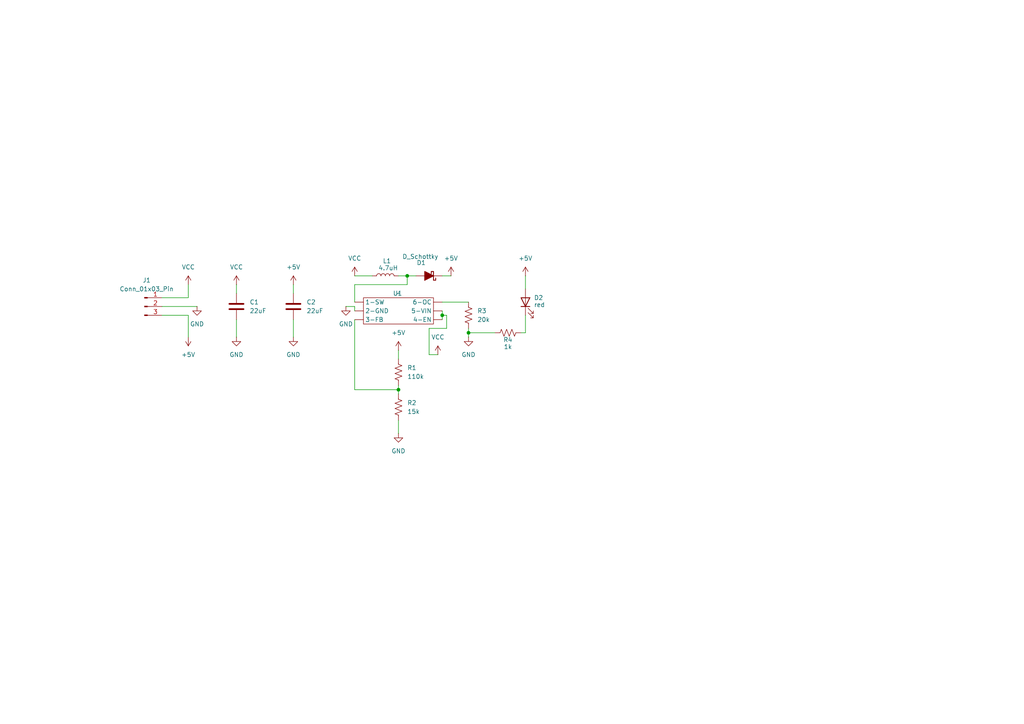
<source format=kicad_sch>
(kicad_sch (version 20250114) (generator "eeschema") (generator_version "9.0")
  (paper "A4")
  (lib_symbols
    (symbol "Connector:Conn_01x03_Pin" (pin_names (offset 1.016) (hide yes))
      (property "Reference" "J" (at 0 5.08 0))
      (property "Value" "Conn_01x03_Pin" (at 0 -5.08 0))
      (symbol "Conn_01x03_Pin_1_1"
        (rectangle (start 0.8636 2.667) (end 0 2.413) (stroke (width 0.1524)) (fill (type outline)))
        (rectangle (start 0.8636 0.127) (end 0 -0.127) (stroke (width 0.1524)) (fill (type outline)))
        (rectangle (start 0.8636 -2.413) (end 0 -2.667) (stroke (width 0.1524)) (fill (type outline)))
        (polyline (pts (xy 1.27 2.54) (xy 0.8636 2.54)) (stroke (width 0.1524)))
        (polyline (pts (xy 1.27 0) (xy 0.8636 0)) (stroke (width 0.1524)))
        (polyline (pts (xy 1.27 -2.54) (xy 0.8636 -2.54)) (stroke (width 0.1524)))
        (pin passive line (at 5.08 2.54 180) (length 3.81) (name "Pin_1") (number "1"))
        (pin passive line (at 5.08 0 180) (length 3.81) (name "Pin_2") (number "2"))
        (pin passive line (at 5.08 -2.54 180) (length 3.81) (name "Pin_3") (number "3"))
      )
    )
    (symbol "Device:C" (pin_numbers (hide yes)) (pin_names (offset 0.254))
      (property "Reference" "C" (at 0.635 2.54 0))
      (property "Value" "C" (at 0.635 -2.54 0))
      (symbol "C_0_1"
        (polyline (pts (xy -2.032 0.762) (xy 2.032 0.762)) (stroke (width 0.508)))
        (polyline (pts (xy -2.032 -0.762) (xy 2.032 -0.762)) (stroke (width 0.508)))
      )
      (symbol "C_1_1"
        (pin passive line (at 0 3.81 270) (length 2.794) (name "~") (number "1"))
        (pin passive line (at 0 -3.81 90) (length 2.794) (name "~") (number "2"))
      )
    )
    (symbol "Device:D_Schottky_Filled" (pin_numbers (hide yes)) (pin_names (offset 1.016) (hide yes))
      (property "Reference" "D" (at 0 2.54 0))
      (property "Value" "D_Schottky_Filled" (at 0 -2.54 0))
      (symbol "D_Schottky_Filled_0_1"
        (polyline (pts (xy -1.905 0.635) (xy -1.905 1.27) (xy -1.27 1.27) (xy -1.27 -1.27) (xy -0.635 -1.27) (xy -0.635 -0.635)) (stroke (width 0.254)))
        (polyline (pts (xy 1.27 1.27) (xy 1.27 -1.27) (xy -1.27 0) (xy 1.27 1.27)) (stroke (width 0.254)) (fill (type outline)))
        (polyline (pts (xy 1.27 0) (xy -1.27 0)))
      )
      (symbol "D_Schottky_Filled_1_1"
        (pin passive line (at -3.81 0 0) (length 2.54) (name "K") (number "1"))
        (pin passive line (at 3.81 0 180) (length 2.54) (name "A") (number "2"))
      )
    )
    (symbol "Device:L" (pin_numbers (hide yes)) (pin_names (offset 1.016) (hide yes))
      (property "Reference" "L" (at -1.27 0 90))
      (property "Value" "L" (at 1.905 0 90))
      (symbol "L_0_1"
        (arc (start 0 2.54) (mid 0.6323 1.905) (end 0 1.27))
        (arc (start 0 1.27) (mid 0.6323 0.635) (end 0 0))
        (arc (start 0 0) (mid 0.6323 -0.635) (end 0 -1.27))
        (arc (start 0 -1.27) (mid 0.6323 -1.905) (end 0 -2.54))
      )
      (symbol "L_1_1"
        (pin passive line (at 0 3.81 270) (length 1.27) (name "1") (number "1"))
        (pin passive line (at 0 -3.81 90) (length 1.27) (name "2") (number "2"))
      )
    )
    (symbol "Device:LED" (pin_numbers (hide yes)) (pin_names (offset 1.016) (hide yes))
      (property "Reference" "D" (at 0 2.54 0))
      (property "Value" "LED" (at 0 -2.54 0))
      (symbol "LED_0_1"
        (polyline (pts (xy -3.048 -0.762) (xy -4.572 -2.286) (xy -3.81 -2.286) (xy -4.572 -2.286) (xy -4.572 -1.524)))
        (polyline (pts (xy -1.778 -0.762) (xy -3.302 -2.286) (xy -2.54 -2.286) (xy -3.302 -2.286) (xy -3.302 -1.524)))
        (polyline (pts (xy -1.27 0) (xy 1.27 0)))
        (polyline (pts (xy -1.27 -1.27) (xy -1.27 1.27)) (stroke (width 0.254)))
        (polyline (pts (xy 1.27 -1.27) (xy 1.27 1.27) (xy -1.27 0) (xy 1.27 -1.27)) (stroke (width 0.254)))
      )
      (symbol "LED_1_1"
        (pin passive line (at -3.81 0 0) (length 2.54) (name "K") (number "1"))
        (pin passive line (at 3.81 0 180) (length 2.54) (name "A") (number "2"))
      )
    )
    (symbol "Device:R_US" (pin_numbers (hide yes)) (pin_names (offset 0))
      (property "Reference" "R" (at 2.54 0 90))
      (property "Value" "R_US" (at -2.54 0 90))
      (symbol "R_US_0_1"
        (polyline (pts (xy 0 2.286) (xy 0 2.54)))
        (polyline (pts (xy 0 2.286) (xy 1.016 1.905) (xy 0 1.524) (xy -1.016 1.143) (xy 0 0.762)))
        (polyline (pts (xy 0 0.762) (xy 1.016 0.381) (xy 0 0) (xy -1.016 -0.381) (xy 0 -0.762)))
        (polyline (pts (xy 0 -0.762) (xy 1.016 -1.143) (xy 0 -1.524) (xy -1.016 -1.905) (xy 0 -2.286)))
        (polyline (pts (xy 0 -2.286) (xy 0 -2.54)))
      )
      (symbol "R_US_1_1"
        (pin passive line (at 0 3.81 270) (length 1.27) (name "~") (number "1"))
        (pin passive line (at 0 -3.81 90) (length 1.27) (name "~") (number "2"))
      )
    )
    (symbol "Orlyse:Power_regulator"
      (property "Reference" "U" (at 0 0 0))
      (symbol "Power_regulator_0_1"
        (polyline (pts (xy -10.16 6.35) (xy -10.16 13.97) (xy 10.16 13.97) (xy 10.16 6.35) (xy -10.16 6.35)))
      )
      (symbol "Power_regulator_1_1"
        (pin input line (at -12.7 12.7 0) (length 2.54) (name "1-SW") (number ""))
        (pin input line (at -12.7 10.16 0) (length 2.54) (name "2-GND") (number ""))
        (pin input line (at -12.7 7.62 0) (length 2.54) (name "3-FB") (number ""))
        (pin input line (at 12.7 12.7 180) (length 2.54) (name "6-OC") (number ""))
        (pin input line (at 12.7 10.16 180) (length 2.54) (name "5-VIN") (number ""))
        (pin input line (at 12.7 7.62 180) (length 2.54) (name "4-EN") (number ""))
      )
    )
    (symbol "power:+5V" (power) (pin_numbers (hide yes)) (pin_names (offset 0) (hide yes))
      (property "Value" "+5V" (at 0 3.556 0))
      (symbol "+5V_0_1"
        (polyline (pts (xy -0.762 1.27) (xy 0 2.54)))
        (polyline (pts (xy 0 2.54) (xy 0.762 1.27)))
        (polyline (pts (xy 0 0) (xy 0 2.54)))
      )
      (symbol "+5V_1_1"
        (pin power_in line (at 0 0 90) (length 0) (name "~") (number "1"))
      )
    )
    (symbol "power:GND" (power) (pin_numbers (hide yes)) (pin_names (offset 0) (hide yes))
      (property "Value" "GND" (at 0 -3.81 0))
      (symbol "GND_0_1"
        (polyline (pts (xy 0 0) (xy 0 -1.27) (xy 1.27 -1.27) (xy 0 -2.54) (xy -1.27 -1.27) (xy 0 -1.27)))
      )
      (symbol "GND_1_1"
        (pin power_in line (at 0 0 270) (length 0) (name "~") (number "1"))
      )
    )
    (symbol "power:VCC" (power) (pin_numbers (hide yes)) (pin_names (offset 0) (hide yes))
      (property "Value" "VCC" (at 0 3.556 0))
      (symbol "VCC_0_1"
        (polyline (pts (xy -0.762 1.27) (xy 0 2.54)))
        (polyline (pts (xy 0 2.54) (xy 0.762 1.27)))
        (polyline (pts (xy 0 0) (xy 0 2.54)))
      )
      (symbol "VCC_1_1"
        (pin power_in line (at 0 0 90) (length 0) (name "~") (number "1"))
      )
    )
  )
  (junction (at 135.89 96.52))
  (junction (at 128.27 91.44))
  (junction (at 115.57 113.03))
  (junction (at 118.11 80.01))
  (wire (pts (xy 124.46 95.25) (xy 129.54 95.25)))
  (wire (pts (xy 118.11 80.01) (xy 120.65 80.01)))
  (wire (pts (xy 128.27 91.44) (xy 128.27 92.71)))
  (wire (pts (xy 152.4 80.01) (xy 152.4 83.82)))
  (wire (pts (xy 102.87 88.9) (xy 100.33 88.9)))
  (wire (pts (xy 128.27 87.63) (xy 135.89 87.63)))
  (wire (pts (xy 102.87 82.55) (xy 118.11 82.55)))
  (wire (pts (xy 118.11 82.55) (xy 118.11 80.01)))
  (wire (pts (xy 85.09 82.55) (xy 85.09 85.09)))
  (wire (pts (xy 102.87 80.01) (xy 107.95 80.01)))
  (wire (pts (xy 115.57 111.76) (xy 115.57 113.03)))
  (wire (pts (xy 102.87 88.9) (xy 102.87 90.17)))
  (wire (pts (xy 115.57 101.6) (xy 115.57 104.14)))
  (wire (pts (xy 85.09 92.71) (xy 85.09 97.79)))
  (wire (pts (xy 102.87 92.71) (xy 102.87 113.03)))
  (wire (pts (xy 115.57 113.03) (xy 115.57 114.3)))
  (wire (pts (xy 135.89 95.25) (xy 135.89 96.52)))
  (wire (pts (xy 68.58 92.71) (xy 68.58 97.79)))
  (wire (pts (xy 127 102.87) (xy 124.46 102.87)))
  (wire (pts (xy 46.99 91.44) (xy 54.61 91.44)))
  (wire (pts (xy 152.4 91.44) (xy 152.4 96.52)))
  (wire (pts (xy 135.89 96.52) (xy 143.51 96.52)))
  (wire (pts (xy 129.54 95.25) (xy 129.54 91.44)))
  (wire (pts (xy 46.99 86.36) (xy 54.61 86.36)))
  (wire (pts (xy 68.58 82.55) (xy 68.58 85.09)))
  (wire (pts (xy 102.87 113.03) (xy 115.57 113.03)))
  (wire (pts (xy 128.27 90.17) (xy 128.27 91.44)))
  (wire (pts (xy 128.27 80.01) (xy 130.81 80.01)))
  (wire (pts (xy 129.54 91.44) (xy 128.27 91.44)))
  (wire (pts (xy 115.57 121.92) (xy 115.57 125.73)))
  (wire (pts (xy 151.13 96.52) (xy 152.4 96.52)))
  (wire (pts (xy 46.99 88.9) (xy 57.15 88.9)))
  (wire (pts (xy 115.57 80.01) (xy 118.11 80.01)))
  (wire (pts (xy 124.46 102.87) (xy 124.46 95.25)))
  (wire (pts (xy 102.87 87.63) (xy 102.87 82.55)))
  (wire (pts (xy 135.89 96.52) (xy 135.89 97.79)))
  (wire (pts (xy 54.61 86.36) (xy 54.61 82.55)))
  (wire (pts (xy 54.61 91.44) (xy 54.61 97.79)))
  (symbol (lib_id "power:GND") (at 100.33 88.9 0) (unit 1)
    (property "Reference" "#PWR08" (effects (hide yes)))
    (property "Value" "GND" (at 100.33 93.98 0))
    (property "Description" "Power symbol creates a global label with name \"GND\" , ground" (effects (hide yes)))
  )
  (symbol (lib_id "power:GND") (at 115.57 125.73 0) (unit 1)
    (property "Reference" "#PWR07" (effects (hide yes)))
    (property "Value" "GND" (at 115.57 130.81 0))
    (property "Description" "Power symbol creates a global label with name \"GND\" , ground" (effects (hide yes)))
  )
  (symbol (lib_id "power:GND") (at 57.15 88.9 0) (unit 1)
    (property "Reference" "#PWR02" (effects (hide yes)))
    (property "Value" "GND" (at 57.15 93.98 0))
    (property "Description" "Power symbol creates a global label with name \"GND\" , ground" (effects (hide yes)))
  )
  (symbol (lib_id "Device:R_US") (at 115.57 118.11 0) (unit 1)
    (property "Reference" "R2" (at 118.11 116.8399 0) (effects (justify left)))
    (property "Value" "15k" (at 118.11 119.3799 0) (effects (justify left)))
    (property "Footprint" "Resistor_SMD:R_0805_2012Metric" (effects (hide yes)))
    (property "Description" "Resistor, US symbol" (effects (hide yes)))
  )
  (symbol (lib_id "power:VCC") (at 54.61 82.55 0) (unit 1)
    (property "Reference" "#PWR03" (effects (hide yes)))
    (property "Value" "VCC" (at 54.61 77.47 0))
    (property "Description" "Power symbol creates a global label with name \"VCC\"" (effects (hide yes)))
  )
  (symbol (lib_id "Device:L") (at 111.76 80.01 90) (unit 1)
    (property "Reference" "L1" (at 110.998 75.692 90) (effects (justify right)))
    (property "Value" "4.7uH" (at 109.728 77.724 90) (effects (justify right)))
    (property "Footprint" "Inductor_SMD:L_01005_0402Metric" (effects (hide yes)))
    (property "Description" "Inductor" (effects (hide yes)))
  )
  (symbol (lib_id "Orlyse:Power_regulator") (at 115.57 100.33 0) (unit 1)
    (property "Reference" "U1" (at 115.316 85.09 0))
    (property "Value" "~" (at 115.57 85.09 0))
    (property "Footprint" "Connector_PinSocket_2.54mm:PinSocket_2x03_P2.54mm_Vertical" (effects (hide yes)))
  )
  (symbol (lib_id "power:VCC") (at 102.87 80.01 0) (unit 1)
    (property "Reference" "#PWR012" (effects (hide yes)))
    (property "Value" "VCC" (at 102.87 74.93 0))
    (property "Description" "Power symbol creates a global label with name \"VCC\"" (effects (hide yes)))
  )
  (symbol (lib_id "Device:R_US") (at 147.32 96.52 90) (unit 1)
    (property "Reference" "R4" (at 147.32 98.552 90))
    (property "Value" "1k" (at 147.32 100.584 90))
    (property "Footprint" "Resistor_SMD:R_0805_2012Metric" (effects (hide yes)))
    (property "Description" "Resistor, US symbol" (effects (hide yes)))
  )
  (symbol (lib_id "Device:R_US") (at 135.89 91.44 0) (unit 1)
    (property "Reference" "R3" (at 138.43 90.1699 0) (effects (justify left)))
    (property "Value" "20k" (at 138.43 92.7099 0) (effects (justify left)))
    (property "Footprint" "Resistor_SMD:R_0805_2012Metric" (effects (hide yes)))
    (property "Description" "Resistor, US symbol" (effects (hide yes)))
  )
  (symbol (lib_id "power:GND") (at 85.09 97.79 0) (unit 1)
    (property "Reference" "#PWR011" (effects (hide yes)))
    (property "Value" "GND" (at 85.09 102.87 0))
    (property "Description" "Power symbol creates a global label with name \"GND\" , ground" (effects (hide yes)))
  )
  (symbol (lib_id "Device:LED") (at 152.4 87.63 90) (unit 1)
    (property "Reference" "D2" (at 156.21 86.36 90))
    (property "Value" "red" (at 156.464 88.392 90))
    (property "Footprint" "LED_THT:LED_D3.0mm" (effects (hide yes)))
    (property "Description" "Light emitting diode" (effects (hide yes)))
    (property "Sim.Pins" "1=K 2=A" (effects (hide yes)))
  )
  (symbol (lib_id "power:+5V") (at 152.4 80.01 0) (unit 1)
    (property "Reference" "#PWR015" (effects (hide yes)))
    (property "Value" "+5V" (at 152.4 74.93 0))
    (property "Description" "Power symbol creates a global label with name \"+5V\"" (effects (hide yes)))
  )
  (symbol (lib_id "Device:D_Schottky_Filled") (at 124.46 80.01 180) (unit 1)
    (property "Reference" "D1" (at 122.174 76.2 0))
    (property "Value" "D_Schottky" (at 121.92 74.422 0))
    (property "Footprint" "LED_THT:LED_D3.0mm" (effects (hide yes)))
    (property "Description" "Schottky diode, filled shape" (effects (hide yes)))
  )
  (symbol (lib_id "power:+5V") (at 54.61 97.79 180) (unit 1)
    (property "Reference" "#PWR01" (effects (hide yes)))
    (property "Value" "+5V" (at 54.61 102.87 0))
    (property "Description" "Power symbol creates a global label with name \"+5V\"" (effects (hide yes)))
  )
  (symbol (lib_id "power:GND") (at 68.58 97.79 0) (unit 1)
    (property "Reference" "#PWR06" (effects (hide yes)))
    (property "Value" "GND" (at 68.58 102.87 0))
    (property "Description" "Power symbol creates a global label with name \"GND\" , ground" (effects (hide yes)))
  )
  (symbol (lib_id "Device:R_US") (at 115.57 107.95 0) (unit 1)
    (property "Reference" "R1" (at 118.11 106.6799 0) (effects (justify left)))
    (property "Value" "110k" (at 118.11 109.2199 0) (effects (justify left)))
    (property "Footprint" "Resistor_SMD:R_0805_2012Metric" (effects (hide yes)))
    (property "Description" "Resistor, US symbol" (effects (hide yes)))
  )
  (symbol (lib_id "Connector:Conn_01x03_Pin") (at 41.91 88.9 0) (unit 1)
    (property "Reference" "J1" (at 42.545 81.28 0))
    (property "Value" "Conn_01x03_Pin" (at 42.545 83.82 0))
    (property "Footprint" "Connector_PinSocket_2.54mm:PinSocket_1x03_P2.54mm_Vertical" (effects (hide yes)))
    (property "Description" "Generic connector, single row, 01x03, script generated" (effects (hide yes)))
  )
  (symbol (lib_id "Device:C") (at 85.09 88.9 0) (unit 1)
    (property "Reference" "C2" (at 88.9 87.6299 0) (effects (justify left)))
    (property "Value" "22uF" (at 88.9 90.1699 0) (effects (justify left)))
    (property "Footprint" "Capacitor_SMD:CP_Elec_5x5.4" (effects (hide yes)))
    (property "Description" "Unpolarized capacitor" (effects (hide yes)))
  )
  (symbol (lib_id "power:VCC") (at 68.58 82.55 0) (unit 1)
    (property "Reference" "#PWR010" (effects (hide yes)))
    (property "Value" "VCC" (at 68.58 77.47 0))
    (property "Description" "Power symbol creates a global label with name \"VCC\"" (effects (hide yes)))
  )
  (symbol (lib_id "power:GND") (at 135.89 97.79 0) (unit 1)
    (property "Reference" "#PWR014" (effects (hide yes)))
    (property "Value" "GND" (at 135.89 102.87 0))
    (property "Description" "Power symbol creates a global label with name \"GND\" , ground" (effects (hide yes)))
  )
  (symbol (lib_id "power:+5V") (at 115.57 101.6 0) (unit 1)
    (property "Reference" "#PWR09" (effects (hide yes)))
    (property "Value" "+5V" (at 115.57 96.52 0))
    (property "Description" "Power symbol creates a global label with name \"+5V\"" (effects (hide yes)))
  )
  (symbol (lib_id "Device:C") (at 68.58 88.9 0) (unit 1)
    (property "Reference" "C1" (at 72.39 87.6299 0) (effects (justify left)))
    (property "Value" "22uF" (at 72.39 90.1699 0) (effects (justify left)))
    (property "Footprint" "Capacitor_SMD:CP_Elec_5x5.4" (effects (hide yes)))
    (property "Description" "Unpolarized capacitor" (effects (hide yes)))
  )
  (symbol (lib_id "power:+5V") (at 130.81 80.01 0) (unit 1)
    (property "Reference" "#PWR05" (effects (hide yes)))
    (property "Value" "+5V" (at 130.81 74.93 0))
    (property "Description" "Power symbol creates a global label with name \"+5V\"" (effects (hide yes)))
  )
  (symbol (lib_id "power:VCC") (at 127 102.87 0) (unit 1)
    (property "Reference" "#PWR013" (effects (hide yes)))
    (property "Value" "VCC" (at 127 97.79 0))
    (property "Description" "Power symbol creates a global label with name \"VCC\"" (effects (hide yes)))
  )
  (symbol (lib_id "power:+5V") (at 85.09 82.55 0) (unit 1)
    (property "Reference" "#PWR04" (effects (hide yes)))
    (property "Value" "+5V" (at 85.09 77.47 0))
    (property "Description" "Power symbol creates a global label with name \"+5V\"" (effects (hide yes)))
  )
)
</source>
